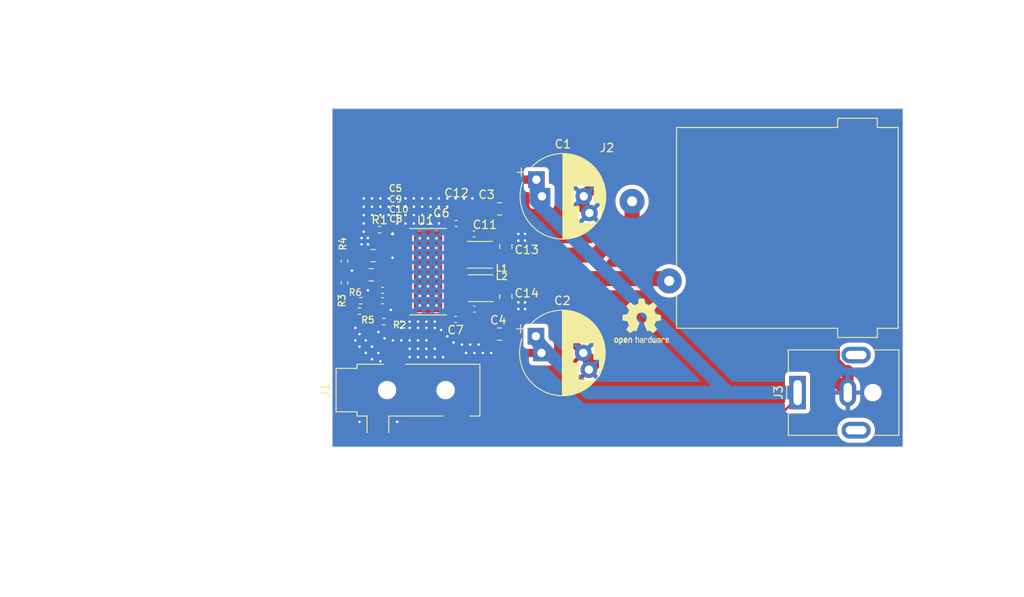
<source format=kicad_pcb>
(kicad_pcb (version 20221018) (generator pcbnew)
  (layers (0 "F.Cu" signal) (31 "B.Cu" signal) (34 "B.Paste" user) (35 "F.Paste" user) (36 "B.SilkS" user "B.Silkscreen") (37 "F.SilkS" user "F.Silkscreen") (38 "B.Mask" user) (39 "F.Mask" user) (44 "Edge.Cuts" user))
  (net 0 "")
  (net 1 "GND")
  (net 2 "/RINP")
  (net 3 "AMPIN")
  (net 4 "/RINN")
  (net 5 "Net-(J1-PadR)")
  (net 6 "Net-(J1-PadT)")
  (net 7 "{slash}SHUTDOWN")
  (net 10 "/GVDD")
  (net 11 "Net-(U1-PBTL)")
  (net 12 "Net-(U1-PLIMIT)")
  (net 13 "/SPK+")
  (net 14 "/SPK-")
  (net 15 "VCC")
  (net 16 "/OUTPL")
  (net 17 "/BSPL")
  (net 18 "/BSNR")
  (net 19 "/OUTPR")
  (footprint "Connector_BarrelJack:BarrelJack_CUI_PJ-063AH_Horizontal" (layer "F.Cu") (at 183.4 94.5 90)
    (fp_text reference "J3" (at 0 -2.3 90) (layer "F.SilkS"))
    (fp_text value "Barrel_Jack")
    (pad "" np_thru_hole circle (at 0 9 90) (size 1.6 1.6) (drill 1.6) (layers "*.Cu" "*.Mask"))
    (pad "1" thru_hole rect (at 0 0 90) (size 4 2) (drill oval 3 1) (layers "*.Cu" "*.Mask") (net 15 "VCC"))
    (pad "2" thru_hole oval (at 0 6 90) (size 3.3 2) (drill oval 2.3 1) (layers "*.Cu" "*.Mask") (net 1 "GND"))
    (pad "MP" thru_hole oval (at -4.5 7 90) (size 2 3.5) (drill oval 1 2.5) (layers "*.Cu" "*.Mask"))
    (pad "MP" thru_hole oval (at 4.5 7 90) (size 2 3.5) (drill oval 1 2.5) (layers "*.Cu" "*.Mask"))
  )
  (footprint "Capacitor_THT:CP_Radial_D10.0mm_P5.00mm_P7.50mm" (layer "F.Cu") (at 152.767323 89.75)
    (fp_text reference "C2" (at 2.5 -6.25) (layer "F.SilkS"))
    (fp_text value "100u")
    (pad "1" thru_hole rect (at -0.672144 -2) (size 2 2) (drill 1) (layers "*.Cu" "*.Mask") (net 15 "VCC"))
    (pad "1" thru_hole rect (at 0 0) (size 2 2) (drill 1) (layers "*.Cu" "*.Mask") (net 15 "VCC"))
    (pad "2" thru_hole circle (at 5 0) (size 2 2) (drill 1) (layers "*.Cu" "*.Mask") (net 1 "GND"))
    (pad "2" thru_hole circle (at 5.672144 2) (size 2 2) (drill 1) (layers "*.Cu" "*.Mask") (net 1 "GND"))
  )
  (footprint "TPA3136D2PWPR:IC_TPS61196PWPRQ1" (layer "F.Cu") (at 139.2 80.025)
    (fp_text reference "U1" (at -0.325 -6.135) (layer "F.SilkS"))
    (fp_text value "TPA3136D2PWPR")
    (pad "1" smd rect (at -2.8 -4.225) (size 1.6 0.3) (layers "F.Cu") (net 7 "{slash}SHUTDOWN"))
    (pad "2" smd rect (at -2.8 -3.575) (size 1.6 0.3) (layers "F.Cu") (net 7 "{slash}SHUTDOWN"))
    (pad "3" smd rect (at -2.8 -2.925) (size 1.6 0.3) (layers "F.Cu"))
    (pad "4" smd rect (at -2.8 -2.275) (size 1.6 0.3) (layers "F.Cu"))
    (pad "5" smd rect (at -2.8 -1.625) (size 1.6 0.3) (layers "F.Cu") (net 1 "GND"))
    (pad "6" smd rect (at -2.8 -0.975) (size 1.6 0.3) (layers "F.Cu") (net 1 "GND"))
    (pad "7" smd rect (at -2.8 -0.325) (size 1.6 0.3) (layers "F.Cu") (net 15 "VCC"))
    (pad "8" smd rect (at -2.8 0.325) (size 1.6 0.3) (layers "F.Cu") (net 1 "GND"))
    (pad "9" smd rect (at -2.8 0.975) (size 1.6 0.3) (layers "F.Cu") (net 10 "/GVDD"))
    (pad "10" smd rect (at -2.8 1.625) (size 1.6 0.3) (layers "F.Cu") (net 12 "Net-(U1-PLIMIT)"))
    (pad "11" smd rect (at -2.8 2.275) (size 1.6 0.3) (layers "F.Cu") (net 4 "/RINN"))
    (pad "12" smd rect (at -2.8 2.925) (size 1.6 0.3) (layers "F.Cu") (net 2 "/RINP"))
    (pad "13" smd rect (at -2.8 3.575) (size 1.6 0.3) (layers "F.Cu") (net 1 "GND"))
    (pad "14" smd rect (at -2.8 4.225) (size 1.6 0.3) (layers "F.Cu") (net 11 "Net-(U1-PBTL)"))
    (pad "15" smd rect (at 2.8 4.225) (size 1.6 0.3) (layers "F.Cu") (net 15 "VCC"))
    (pad "16" smd rect (at 2.8 3.575) (size 1.6 0.3) (layers "F.Cu") (net 15 "VCC"))
    (pad "17" smd rect (at 2.8 2.925) (size 1.6 0.3) (layers "F.Cu") (net 18 "/BSNR"))
    (pad "18" smd rect (at 2.8 2.275) (size 1.6 0.3) (layers "F.Cu") (net 19 "/OUTPR"))
    (pad "19" smd rect (at 2.8 1.625) (size 1.6 0.3) (layers "F.Cu") (net 1 "GND"))
    (pad "20" smd rect (at 2.8 0.975) (size 1.6 0.3) (layers "F.Cu") (net 19 "/OUTPR"))
    (pad "21" smd rect (at 2.8 0.325) (size 1.6 0.3) (layers "F.Cu") (net 18 "/BSNR"))
    (pad "22" smd rect (at 2.8 -0.325) (size 1.6 0.3) (layers "F.Cu") (net 17 "/BSPL"))
    (pad "23" smd rect (at 2.8 -0.975) (size 1.6 0.3) (layers "F.Cu") (net 16 "/OUTPL"))
    (pad "24" smd rect (at 2.8 -1.625) (size 1.6 0.3) (layers "F.Cu") (net 1 "GND"))
    (pad "25" smd rect (at 2.8 -2.275) (size 1.6 0.3) (layers "F.Cu") (net 16 "/OUTPL"))
    (pad "26" smd rect (at 2.8 -2.925) (size 1.6 0.3) (layers "F.Cu") (net 17 "/BSPL"))
    (pad "27" smd rect (at 2.8 -3.575) (size 1.6 0.3) (layers "F.Cu") (net 15 "VCC"))
    (pad "28" smd rect (at 2.8 -4.225) (size 1.6 0.3) (layers "F.Cu") (net 15 "VCC"))
    (pad "29" thru_hole circle (at -1 -4) (size 0.8 0.8) (drill 0.3) (layers "*.Cu" "*.Mask") (net 1 "GND"))
    (pad "29" thru_hole circle (at -1 -2.85) (size 0.8 0.8) (drill 0.3) (layers "*.Cu" "*.Mask") (net 1 "GND"))
    (pad "29" thru_hole circle (at -1 -1.7) (size 0.8 0.8) (drill 0.3) (layers "*.Cu" "*.Mask") (net 1 "GND"))
    (pad "29" thru_hole circle (at -1 -0.55) (size 0.8 0.8) (drill 0.3) (layers "*.Cu" "*.Mask") (net 1 "GND"))
    (pad "29" thru_hole circle (at -1 0.6) (size 0.8 0.8) (drill 0.3) (layers "*.Cu" "*.Mask") (net 1 "GND"))
    (pad "29" thru_hole circle (at -1 1.75) (size 0.8 0.8) (drill 0.3) (layers "*.Cu" "*.Mask") (net 1 "GND"))
    (pad "29" thru_hole circle (at -1 2.9) (size 0.8 0.8) (drill 0.3) (layers "*.Cu" "*.Mask") (net 1 "GND"))
    (pad "29" thru_hole circle (at -1 4.05) (size 0.8 0.8) (drill 0.3) (layers "*.Cu" "*.Mask") (net 1 "GND"))
    (pad "29" thru_hole circle (at 0 -4) (size 0.8 0.8) (drill 0.3) (layers "*.Cu" "*.Mask") (net 1 "GND"))
    (pad "29" thru_hole circle (at 0 -2.85) (size 0.8 0.8) (drill 0.3) (layers "*.Cu" "*.Mask") (net 1 "GND"))
    (pad "29" thru_hole circle (at 0 -1.7) (size 0.8 0.8) (drill 0.3) (layers "*.Cu" "*.Mask") (net 1 "GND"))
    (pad "29" thru_hole circle (at 0 -0.55) (size 0.8 0.8) (drill 0.3) (layers "*.Cu" "*.Mask") (net 1 "GND"))
    (pad "29" smd rect (at 0 0) (size 3.4 9.7) (layers "F.Cu") (net 1 "GND"))
    (pad "29" thru_hole circle (at 0 0.6) (size 0.8 0.8) (drill 0.3) (layers "*.Cu" "*.Mask") (net 1 "GND"))
    (pad "29" thru_hole circle (at 0 1.75) (size 0.8 0.8) (drill 0.3) (layers "*.Cu" "*.Mask") (net 1 "GND"))
    (pad "29" thru_hole circle (at 0 2.9) (size 0.8 0.8) (drill 0.3) (layers "*.Cu" "*.Mask") (net 1 "GND"))
    (pad "29" thru_hole circle (at 0 4.05) (size 0.8 0.8) (drill 0.3) (layers "*.Cu" "*.Mask") (net 1 "GND"))
    (pad "29" thru_hole circle (at 1 -4) (size 0.8 0.8) (drill 0.3) (layers "*.Cu" "*.Mask") (net 1 "GND"))
    (pad "29" thru_hole circle (at 1 -2.85) (size 0.8 0.8) (drill 0.3) (layers "*.Cu" "*.Mask") (net 1 "GND"))
    (pad "29" thru_hole circle (at 1 -1.7) (size 0.8 0.8) (drill 0.3) (layers "*.Cu" "*.Mask") (net 1 "GND"))
    (pad "29" thru_hole circle (at 1 -0.55) (size 0.8 0.8) (drill 0.3) (layers "*.Cu" "*.Mask") (net 1 "GND"))
    (pad "29" thru_hole circle (at 1 0.6) (size 0.8 0.8) (drill 0.3) (layers "*.Cu" "*.Mask") (net 1 "GND"))
    (pad "29" thru_hole circle (at 1 1.75) (size 0.8 0.8) (drill 0.3) (layers "*.Cu" "*.Mask") (net 1 "GND"))
    (pad "29" thru_hole circle (at 1 2.9) (size 0.8 0.8) (drill 0.3) (layers "*.Cu" "*.Mask") (net 1 "GND"))
    (pad "29" thru_hole circle (at 1 4.05) (size 0.8 0.8) (drill 0.3) (layers "*.Cu" "*.Mask") (net 1 "GND"))
  )
  (footprint "Connector_Audio:Jack_speakON_Neutrik_NL2MDXX-H-3_Horizontal" (layer "F.Cu") (at 163.6 71.6)
    (fp_text reference "J2" (at -3 -6.4) (layer "F.SilkS"))
    (fp_text value "speakON_NL2MDXX-V")
    (pad "1+" thru_hole circle (at 0 0) (size 3 3) (drill 1.2) (layers "*.Cu" "*.Mask") (net 13 "/SPK+"))
    (pad "1-" thru_hole circle (at 4.44 9.53) (size 3 3) (drill 1.2) (layers "*.Cu" "*.Mask") (net 14 "/SPK-"))
  )
  (footprint "Inductor_SMD:L_Taiyo-Yuden_MD-3030" (layer "F.Cu") (at 145.5 82)
    (fp_text reference "L2" (at 2.5 -1.4 180) (layer "F.SilkS") (effects (font (size 0.8 0.8))))
    (fp_text value "33u")
    (pad "1" smd rect (at -1.1 0) (size 0.8 2.7) (layers "F.Cu" "F.Paste" "F.Mask") (net 19 "/OUTPR"))
    (pad "2" smd rect (at 1.1 0) (size 0.8 2.7) (layers "F.Cu" "F.Paste" "F.Mask") (net 14 "/SPK-"))
  )
  (footprint "Resistor_SMD:R_0402_1005Metric_Pad0.72x0.64mm_HandSolder" (layer "F.Cu") (at 131.1525 83.5)
    (fp_text reference "R6" (at -0.6525 -1) (layer "F.SilkS") (effects (font (size 0.8 0.8) (thickness 0.125))))
    (fp_text value "1k")
    (pad "1" smd roundrect (at -0.5975 0) (size 0.715 0.64) (layers "F.Cu" "F.Paste" "F.Mask") (net 6 "Net-(J1-PadT)"))
    (pad "2" smd roundrect (at 0.5975 0) (size 0.715 0.64) (layers "F.Cu" "F.Paste" "F.Mask") (net 3 "AMPIN"))
  )
  (footprint "Capacitor_SMD:C_0402_1005Metric_Pad0.74x0.62mm_HandSolder" (layer "F.Cu") (at 142.5 85.75)
    (fp_text reference "C7" (at 0 1.25) (layer "F.SilkS"))
    (fp_text value "1000p")
    (pad "1" smd roundrect (at -0.5675 0) (size 0.735 0.62) (layers "F.Cu" "F.Paste" "F.Mask") (net 15 "VCC"))
    (pad "2" smd roundrect (at 0.5675 0) (size 0.735 0.62) (layers "F.Cu" "F.Paste" "F.Mask") (net 1 "GND"))
  )
  (footprint "Resistor_SMD:R_0402_1005Metric_Pad0.72x0.64mm_HandSolder" (layer "F.Cu") (at 129.2 78.75 90)
    (fp_text reference "R4" (at 2.0525 -0.2 90) (layer "F.SilkS") (effects (font (size 0.8 0.8))))
    (fp_text value "56k")
    (pad "1" smd roundrect (at -0.5975 0 90) (size 0.715 0.64) (layers "F.Cu" "F.Paste" "F.Mask") (net 12 "Net-(U1-PLIMIT)"))
    (pad "2" smd roundrect (at 0.5975 0 90) (size 0.715 0.64) (layers "F.Cu" "F.Paste" "F.Mask") (net 10 "/GVDD"))
  )
  (footprint "Capacitor_SMD:C_0805_2012Metric_Pad1.18x1.45mm_HandSolder" (layer "F.Cu") (at 147.75 87.5)
    (fp_text reference "C4" (at -0.15 -1.68) (layer "F.SilkS"))
    (fp_text value ".1u")
    (pad "1" smd roundrect (at -1.0375 0) (size 1.175 1.45) (layers "F.Cu" "F.Paste" "F.Mask") (roundrect_rratio 0.212766) (net 15 "VCC"))
    (pad "2" smd roundrect (at 1.0375 0) (size 1.175 1.45) (layers "F.Cu" "F.Paste" "F.Mask") (roundrect_rratio 0.212766) (net 1 "GND"))
  )
  (footprint "Resistor_SMD:R_0402_1005Metric_Pad0.72x0.64mm_HandSolder" (layer "F.Cu") (at 131 84.75 180)
    (fp_text reference "R5" (at -1 -1.05) (layer "F.SilkS") (effects (font (size 0.8 0.8))))
    (fp_text value "1k")
    (pad "1" smd roundrect (at -0.5975 0 180) (size 0.715 0.64) (layers "F.Cu" "F.Paste" "F.Mask") (net 3 "AMPIN"))
    (pad "2" smd roundrect (at 0.5975 0 180) (size 0.715 0.64) (layers "F.Cu" "F.Paste" "F.Mask") (net 5 "Net-(J1-PadR)"))
  )
  (footprint "Capacitor_SMD:C_0402_1005Metric_Pad0.74x0.62mm_HandSolder" (layer "F.Cu") (at 142.5675 74.25 180)
    (fp_text reference "C6" (at 1.7675 1.25) (layer "F.SilkS"))
    (fp_text value "1000p")
    (pad "1" smd roundrect (at -0.5675 0 180) (size 0.735 0.62) (layers "F.Cu" "F.Paste" "F.Mask") (net 1 "GND"))
    (pad "2" smd roundrect (at 0.5675 0 180) (size 0.735 0.62) (layers "F.Cu" "F.Paste" "F.Mask") (net 15 "VCC"))
  )
  (footprint "Capacitor_SMD:C_0805_2012Metric_Pad1.18x1.45mm_HandSolder" (layer "F.Cu") (at 148.5 83 -90)
    (fp_text reference "C14" (at -0.4 -2.5) (layer "F.SilkS"))
    (fp_text value "1u")
    (pad "1" smd roundrect (at -1.0375 0 270) (size 1.175 1.45) (layers "F.Cu" "F.Paste" "F.Mask") (roundrect_rratio 0.212766) (net 14 "/SPK-"))
    (pad "2" smd roundrect (at 1.0375 0 270) (size 1.175 1.45) (layers "F.Cu" "F.Paste" "F.Mask") (roundrect_rratio 0.212766) (net 1 "GND"))
  )
  (footprint "Resistor_SMD:R_0402_1005Metric_Pad0.72x0.64mm_HandSolder" (layer "F.Cu") (at 133.4025 75)
    (fp_text reference "R1" (at 0 -1.17) (layer "F.SilkS"))
    (fp_text value "100k")
    (pad "1" smd roundrect (at -0.5975 0) (size 0.715 0.64) (layers "F.Cu" "F.Paste" "F.Mask") (net 15 "VCC"))
    (pad "2" smd roundrect (at 0.5975 0) (size 0.715 0.64) (layers "F.Cu" "F.Paste" "F.Mask") (net 7 "{slash}SHUTDOWN"))
  )
  (footprint "Capacitor_SMD:C_0402_1005Metric_Pad0.74x0.62mm_HandSolder" (layer "F.Cu") (at 133.75 82.25 180)
    (fp_text reference "C10" (at -1.95 9.7) (layer "F.SilkS") (effects (font (size 0.8 0.8) (thickness 0.125))))
    (fp_text value ".27u")
    (pad "1" smd roundrect (at -0.5675 0 180) (size 0.735 0.62) (layers "F.Cu" "F.Paste" "F.Mask") (net 4 "/RINN"))
    (pad "2" smd roundrect (at 0.5675 0 180) (size 0.735 0.62) (layers "F.Cu" "F.Paste" "F.Mask") (net 1 "GND"))
  )
  (footprint "Resistor_SMD:R_0402_1005Metric_Pad0.72x0.64mm_HandSolder" (layer "F.Cu") (at 129.2 81.35 -90)
    (fp_text reference "R3" (at 2.1475 0.3 90) (layer "F.SilkS") (effects (font (size 0.8 0.8))))
    (fp_text value "39k")
    (pad "1" smd roundrect (at -0.5975 0 270) (size 0.715 0.64) (layers "F.Cu" "F.Paste" "F.Mask") (net 1 "GND"))
    (pad "2" smd roundrect (at 0.5975 0 270) (size 0.715 0.64) (layers "F.Cu" "F.Paste" "F.Mask") (net 12 "Net-(U1-PLIMIT)"))
  )
  (footprint "clipboard:c860e70c-6b6c-4b37-9969-0fdff2164b0f" (layer "F.Cu") (at 164.75 86)
    (fp_text reference "" (at 0 0) (layer "F.SilkS") (effects (font (size 1.27 1.27))))
    (fp_text value "" (at 0 0) (layer "F.SilkS") (effects (font (size 1.27 1.27))))
  )
  (footprint "Capacitor_THT:CP_Radial_D10.0mm_P5.00mm_P7.50mm" (layer "F.Cu") (at 152.827856 71)
    (fp_text reference "C1" (at 2.5 -6.25) (layer "F.SilkS"))
    (fp_text value "100u")
    (pad "1" thru_hole rect (at -0.672144 -2) (size 2 2) (drill 1) (layers "*.Cu" "*.Mask") (net 15 "VCC"))
    (pad "1" thru_hole rect (at 0 0) (size 2 2) (drill 1) (layers "*.Cu" "*.Mask") (net 15 "VCC"))
    (pad "2" thru_hole circle (at 5 0) (size 2 2) (drill 1) (layers "*.Cu" "*.Mask") (net 1 "GND"))
    (pad "2" thru_hole circle (at 5.672144 2) (size 2 2) (drill 1) (layers "*.Cu" "*.Mask") (net 1 "GND"))
  )
  (footprint "Capacitor_SMD:C_0805_2012Metric_Pad1.18x1.45mm_HandSolder" (layer "F.Cu") (at 148.5 77 90)
    (fp_text reference "C13" (at -0.4 2.5) (layer "F.SilkS"))
    (fp_text value "1u")
    (pad "1" smd roundrect (at -1.0375 0 90) (size 1.175 1.45) (layers "F.Cu" "F.Paste" "F.Mask") (roundrect_rratio 0.212766) (net 13 "/SPK+"))
    (pad "2" smd roundrect (at 1.0375 0 90) (size 1.175 1.45) (layers "F.Cu" "F.Paste" "F.Mask") (roundrect_rratio 0.212766) (net 1 "GND"))
  )
  (footprint "Connector_Audio:Jack_3.5mm_CUI_SJ-3523-SMT_Horizontal" (layer "F.Cu") (at 136.8 94.2 90)
    (fp_text reference "J1" (at 0 -9.9 90) (layer "F.SilkS"))
    (fp_text value "AudioJack3")
    (pad "" np_thru_hole circle (at 0 -2.5 90) (size 1.7 1.7) (drill 1.7) (layers "*.Cu" "*.Mask"))
    (pad "" np_thru_hole circle (at 0 4.5 90) (size 1.7 1.7) (drill 1.7) (layers "*.Cu" "*.Mask"))
    (pad "R" smd rect (at 3.7 -1.6 90) (size 2.8 2.2) (layers "F.Cu" "F.Paste" "F.Mask") (net 5 "Net-(J1-PadR)"))
    (pad "S" smd rect (at -3.7 -3.6 90) (size 2.8 2.2) (layers "F.Cu" "F.Paste" "F.Mask") (net 1 "GND"))
    (pad "T" smd rect (at -3.7 5.8 90) (size 2.8 2.8) (layers "F.Cu" "F.Paste" "F.Mask") (net 6 "Net-(J1-PadT)"))
  )
  (footprint "Inductor_SMD:L_Taiyo-Yuden_MD-3030" (layer "F.Cu") (at 145.4 78)
    (fp_text reference "L1" (at 2.6 1.6) (layer "F.SilkS") (effects (font (size 0.8 0.8))))
    (fp_text value "33u")
    (pad "1" smd rect (at -1.1 0) (size 0.8 2.7) (layers "F.Cu" "F.Paste" "F.Mask") (net 16 "/OUTPL"))
    (pad "2" smd rect (at 1.1 0) (size 0.8 2.7) (layers "F.Cu" "F.Paste" "F.Mask") (net 13 "/SPK+"))
  )
  (footprint "Capacitor_SMD:C_0805_2012Metric_Pad1.18x1.45mm_HandSolder" (layer "F.Cu") (at 147.75 72.5 180)
    (fp_text reference "C3" (at 1.55 1.7) (layer "F.SilkS"))
    (fp_text value ".1u")
    (pad "1" smd roundrect (at -1.0375 0 180) (size 1.175 1.45) (layers "F.Cu" "F.Paste" "F.Mask") (roundrect_rratio 0.212766) (net 1 "GND"))
    (pad "2" smd roundrect (at 1.0375 0 180) (size 1.175 1.45) (layers "F.Cu" "F.Paste" "F.Mask") (roundrect_rratio 0.212766) (net 15 "VCC"))
  )
  (footprint "Resistor_SMD:R_0402_1005Metric_Pad0.72x0.64mm_HandSolder" (layer "F.Cu") (at 133.9025 86)
    (fp_text reference "R2" (at 1.8975 0.4) (layer "F.SilkS") (effects (font (size 0.8 0.8))))
    (fp_text value "100k")
    (pad "1" smd roundrect (at -0.5975 0) (size 0.715 0.64) (layers "F.Cu" "F.Paste" "F.Mask") (net 15 "VCC"))
    (pad "2" smd roundrect (at 0.5975 0) (size 0.715 0.64) (layers "F.Cu" "F.Paste" "F.Mask") (net 11 "Net-(U1-PBTL)"))
  )
  (footprint "Capacitor_SMD:C_0402_1005Metric_Pad0.74x0.62mm_HandSolder" (layer "F.Cu") (at 144.6825 75.5)
    (fp_text reference "C11" (at 1.3175 -1.1 180) (layer "F.SilkS"))
    (fp_text value ".47u")
    (pad "1" smd roundrect (at -0.5675 0) (size 0.735 0.62) (layers "F.Cu" "F.Paste" "F.Mask") (net 17 "/BSPL"))
    (pad "2" smd roundrect (at 0.5675 0) (size 0.735 0.62) (layers "F.Cu" "F.Paste" "F.Mask") (net 16 "/OUTPL"))
  )
  (footprint "Capacitor_SMD:C_0805_2012Metric_Pad1.18x1.45mm_HandSolder" (layer "F.Cu") (at 132.4 80.4)
    (fp_text reference "C9" (at 2.9 -9.05 180) (layer "F.SilkS") (effects (font (size 0.8 0.8) (thickness 0.125))))
    (fp_text value "1u")
    (pad "1" smd roundrect (at -1.0375 0) (size 1.175 1.45) (layers "F.Cu" "F.Paste" "F.Mask") (roundrect_rratio 0.212766) (net 1 "GND"))
    (pad "2" smd roundrect (at 1.0375 0) (size 1.175 1.45) (layers "F.Cu" "F.Paste" "F.Mask") (roundrect_rratio 0.212766) (net 10 "/GVDD"))
  )
  (footprint "Capacitor_SMD:C_0805_2012Metric_Pad1.18x1.45mm_HandSolder" (layer "F.Cu") (at 132.65 78.1 180)
    (fp_text reference "C5" (at -2.65 8.05) (layer "F.SilkS") (effects (font (size 0.8 0.8))))
    (fp_text value "1u")
    (pad "1" smd roundrect (at -1.0375 0 180) (size 1.175 1.45) (layers "F.Cu" "F.Paste" "F.Mask") (roundrect_rratio 0.212766) (net 15 "VCC"))
    (pad "2" smd roundrect (at 1.0375 0 180) (size 1.175 1.45) (layers "F.Cu" "F.Paste" "F.Mask") (roundrect_rratio 0.212766) (net 1 "GND"))
  )
  (footprint "Capacitor_SMD:C_0402_1005Metric_Pad0.74x0.62mm_HandSolder" (layer "F.Cu") (at 133.75 83.5 180)
    (fp_text reference "C8" (at -1.6 9.8) (layer "F.SilkS") (effects (font (size 0.8 0.8))))
    (fp_text value "0.27u")
    (pad "1" smd roundrect (at -0.5675 0 180) (size 0.735 0.62) (layers "F.Cu" "F.Paste" "F.Mask") (net 2 "/RINP"))
    (pad "2" smd roundrect (at 0.5675 0 180) (size 0.735 0.62) (layers "F.Cu" "F.Paste" "F.Mask") (net 3 "AMPIN"))
  )
  (footprint "Capacitor_SMD:C_0402_1005Metric_Pad0.74x0.62mm_HandSolder" (layer "F.Cu") (at 144.7325 84.5)
    (fp_text reference "C12" (at -2.1325 -13.9 180) (layer "F.SilkS"))
    (fp_text value ".47u")
    (pad "1" smd roundrect (at -0.5675 0) (size 0.735 0.62) (layers "F.Cu" "F.Paste" "F.Mask") (net 18 "/BSNR"))
    (pad "2" smd roundrect (at 0.5675 0) (size 0.735 0.62) (layers "F.Cu" "F.Paste" "F.Mask") (net 19 "/OUTPR"))
  )
  (gr_line (start 127.75 101) (end 196 101) (stroke (width 0.1)) (layer "Edge.Cuts"))
  (gr_line (start 196 101) (end 196 60.5) (stroke (width 0.1)) (layer "Edge.Cuts"))
  (gr_line (start 127.75 60.5) (end 127.75 101) (stroke (width 0.1)) (layer "Edge.Cuts"))
  (gr_line (start 196 60.5) (end 127.75 60.5) (stroke (width 0.1)) (layer "Edge.Cuts"))
  (segment (start 150 75.5) (end 148.75 74.25) (width 1) (layer "F.Cu") (net 1))
  (segment (start 189.4 91.9) (end 188.862994 91.9) (width 1.4) (layer "F.Cu") (net 1))
  (segment (start 133.752817 79.125) (end 133.075 79.125) (width 0.2) (layer "F.Cu") (net 1))
  (segment (start 130.1 79.9) (end 130.0525 79.9) (width 0.3) (layer "F.Cu") (net 1))
  (segment (start 131.25 76) (end 131.25 77.7375) (width 0.6) (layer "F.Cu") (net 1))
  (segment (start 135.5 98) (end 133.3 98) (width 0.3) (layer "F.Cu") (net 1))
  (segment (start 133.1 98) (end 133.2 97.9) (width 0.3) (layer "F.Cu") (net 1))
  (segment (start 158.439467 91.75) (end 158.439467 90.422144) (width 1.4) (layer "F.Cu") (net 1))
  (segment (start 150.8 76.3) (end 148.8375 76.3) (width 0.8) (layer "F.Cu") (net 1))
  (segment (start 136.4 80.35) (end 134.977817 80.35) (width 0.2) (layer "F.Cu") (net 1))
  (segment (start 132 76) (end 132 77.7125) (width 0.6) (layer "F.Cu") (net 1))
  (segment (start 129.5525 80.4) (end 129.2 80.7525) (width 0.2) (layer "F.Cu") (net 1))
  (segment (start 150.8 83.7) (end 148.8375 83.7) (width 0.8) (layer "F.Cu") (net 1))
  (segment (start 135 78.4) (end 134.95 78.35) (width 0.2) (layer "F.Cu") (net 1))
  (segment (start 134.977817 80.35) (end 133.752817 79.125) (width 0.2) (layer "F.Cu") (net 1))
  (segment (start 148.75 85.75) (end 153.767323 85.75) (width 1) (layer "F.Cu") (net 1))
  (segment (start 148.5875 76.05) (end 148.5 75.9625) (width 0.6) (layer "F.Cu") (net 1))
  (segment (start 131 98) (end 133.1 98) (width 0.3) (layer "F.Cu") (net 1))
  (segment (start 131.3625 80.4) (end 129.5525 80.4) (width 0.2) (layer "F.Cu") (net 1))
  (segment (start 185.65 90.75) (end 189.4 94.5) (width 1.4) (layer "F.Cu") (net 1))
  (segment (start 150.8 76.3) (end 150.8 75.5) (width 0.8) (layer "F.Cu") (net 1))
  (segment (start 130.0525 79.9) (end 129.2 80.7525) (width 0.3) (layer "F.Cu") (net 1))
  (segment (start 150.8 75.5) (end 148.9625 75.5) (width 0.8) (layer "F.Cu") (net 1))
  (segment (start 148.9625 75.5) (end 148.5 75.9625) (width 0.8) (layer "F.Cu") (net 1))
  (segment (start 132 82.25) (end 133.1825 82.25) (width 0.4) (layer "F.Cu") (net 1))
  (segment (start 157.827856 71) (end 157.827856 72.327856) (width 1.4) (layer "F.Cu") (net 1))
  (segment (start 150.8 84.5) (end 148.9625 84.5) (width 0.8) (layer "F.Cu") (net 1))
  (segment (start 134.25 98.95) (end 133.2 97.9) (width 0.3) (layer "F.Cu") (net 1))
  (segment (start 148.75 85.75) (end 143.1325 85.75) (width 1) (layer "F.Cu") (net 1))
  (segment (start 132.05 78.1) (end 131.6125 78.1) (width 0.2) (layer "F.Cu") (net 1))
  (segment (start 131.3625 80.15) (end 131.3625 80.4) (width 0.2) (layer "F.Cu") (net 1))
  (segment (start 148.9625 84.5) (end 148.5 84.0375) (width 0.8) (layer "F.Cu") (net 1))
  (segment (start 135.65 79.05) (end 134.95 78.35) (width 0.2) (layer "F.Cu") (net 1))
  (segment (start 188.862994 91.9) (end 187.75 90.787006) (width 1.4) (layer "F.Cu") (net 1))
  (segment (start 131.25 77.7375) (end 131.6125 78.1) (width 0.6) (layer "F.Cu") (net 1))
  (segment (start 133.3 98) (end 133.2 97.9) (width 0.3) (layer "F.Cu") (net 1))
  (segment (start 148.5 75.9625) (end 148.7125 75.75) (width 0.6) (layer "F.Cu") (net 1))
  (segment (start 157.827856 72.327856) (end 158.5 73) (width 1.4) (layer "F.Cu") (net 1))
  (segment (start 153.767323 85.75) (end 157.767323 89.75) (width 1) (layer "F.Cu") (net 1))
  (segment (start 134.75 84.6) (end 134.75 84.25) (width 0.2) (layer "F.Cu") (net 1))
  (segment (start 161.027856 67.8) (end 157.827856 71) (width 1.4) (layer "F.Cu") (net 1))
  (segment (start 136.4 78.4) (end 135 78.4) (width 0.2) (layer "F.Cu") (net 1))
  (segment (start 135.4 83.6) (end 136.4 83.6) (width 0.2) (layer "F.Cu") (net 1))
  (segment (start 150 84.5) (end 148.75 85.75) (width 1) (layer "F.Cu") (net 1))
  (segment (start 134.75 84.25) (end 135.4 83.6) (width 0.2) (layer "F.Cu") (net 1))
  (segment (start 136.4 79.05) (end 135.65 79.05) (width 0.2) (layer "F.Cu") (net 1))
  (segment (start 148.8375 76.3) (end 148.5 75.9625) (width 0.8) (layer "F.Cu") (net 1))
  (segment (start 187.75 87.55) (end 168 67.8) (width 1.4) (layer "F.Cu") (net 1))
  (segment (start 159.439467 90.75) (end 185.65 90.75) (width 1.4) (layer "F.Cu") (net 1))
  (segment (start 131.2675 80.055) (end 131.3625 80.15) (width 0.2) (layer "F.Cu") (net 1))
  (segment (start 132 77.7125) (end 131.6125 78.1) (width 0.6) (layer "F.Cu") (net 1))
  (segment (start 148.75 74.25) (end 143.2 74.25) (width 1) (layer "F.Cu") (net 1))
  (segment (start 168 67.8) (end 161.027856 67.8) (width 1.4) (layer "F.Cu") (net 1))
  (segment (start 133.075 79.125) (end 132.05 78.1) (width 0.2) (layer "F.Cu") (net 1))
  (segment (start 150.8 84.5) (end 150.8 83.7) (width 0.8) (layer "F.Cu") (net 1))
  (segment (start 189.4 94.5) (end 189.4 91.9) (width 1.4) (layer "F.Cu") (net 1))
  (segment (start 158.439467 91.75) (end 159.439467 90.75) (width 1.4) (layer "F.Cu") (net 1))
  (segment (start 148.8375 83.7) (end 148.5 84.0375) (width 0.8) (layer "F.Cu") (net 1))
  (segment (start 158.439467 90.422144) (end 157.767323 89.75) (width 1.4) (layer "F.Cu") (net 1))
  (segment (start 187.75 90.787006) (end 187.75 87.55) (width 1.4) (layer "F.Cu") (net 1))
  (via (at 141.5 72.25) (size 0.7) (drill 0.3) (layers "F.Cu" "B.Cu") (net 1))
  (via (at 133.25 89.75) (size 0.7) (drill 0.3) (layers "F.Cu" "B.Cu") (net 1))
  (via (at 139.5 71.25) (size 0.7) (drill 0.3) (layers "F.Cu" "B.Cu") (net 1))
  (via (at 131.25 76.75) (size 0.7) (drill 0.3) (layers "F.Cu" "B.Cu") (net 1))
  (via (at 138.5 71.25) (size 0.7) (drill 0.3) (layers "F.Cu" "B.Cu") (net 1))
  (via (at 140.5 73.25) (size 0.7) (drill 0.3) (layers "F.Cu" "B.Cu") (net 1))
  (via (at 139.5 72.25) (size 0.7) (drill 0.3) (layers "F.Cu" "B.Cu") (net 1))
  (via (at 140.5 71.25) (size 0.7) (drill 0.3) (layers "F.Cu" "B.Cu") (net 1))
  (via (at 139 86) (size 0.7) (drill 0.3) (layers "F.Cu" "B.Cu") (net 1))
  (via (at 139 86.75) (size 0.7) (drill 0.3) (layers "F.Cu" "B.Cu") (net 1))
  (via (at 144.75 89.75) (size 0.7) (drill 0.3) (layers "F.Cu" "B.Cu") (net 1))
  (via (at 140 90.25) (size 0.7) (drill 0.3) (layers "F.Cu" "B.Cu") (net 1))
  (via (at 139 89.25) (size 0.7) (drill 0.3) (layers "F.Cu" "B.Cu") (net 1))
  (via (at 136.5 72.25) (size 0.7) (drill 0.3) (layers "F.Cu" "B.Cu") (net 1))
  (via (at 137.5 71.25) (size 0.7) (drill 0.3) (layers "F.Cu" "B.Cu") (net 1))
  (via (at 137 90.25) (size 0.7) (drill 0.3) (layers "F.Cu" "B.Cu") (net 1))
  (via (at 131.5 73.25) (size 0.7) (drill 0.3) (layers "F.Cu" "B.Cu") (net 1))
  (via (at 131.25 76) (size 0.7) (drill 0.3) (layers "F.Cu" "B.Cu") (net 1))
  (via (at 140.75 87) (size 0.7) (drill 0.3) (layers "F.Cu" "B.Cu") (net 1))
  (via (at 136 86.75) (size 0.7) (drill 0.3) (layers "F.Cu" "B.Cu") (net 1))
  (via (at 133.5 73.25) (size 0.7) (drill 0.3) (layers "F.Cu" "B.Cu") (net 1))
  (via (at 135.5 71.25) (size 0.7) (drill 0.3) (layers "F.Cu" "B.Cu") (net 1))
  (via (at 132 82.25) (size 0.7) (drill 0.3) (layers "F.Cu" "B.Cu") (net 1))
  (via (at 140.5 72.25) (size 0.7) (drill 0.3) (layers "F.Cu" "B.Cu") (net 1))
  (via (at 131.75 88.25) (size 0.7) (drill 0.3) (layers "F.Cu" "B.Cu") (net 1))
  (via (at 134.5 73.25) (size 0.7) (drill 0.3) (layers "F.Cu" "B.Cu") (net 1))
  (via (at 137.5 73.25) (size 0.7) (drill 0.3) (layers "F.Cu" "B.Cu") (net 1))
  (via (at 138.5 73.25) (size 0.7) (drill 0.3) (layers "F.Cu" "B.Cu") (net 1))
  (via (at 136.5 73.25) (size 0.7) (drill 0.3) (layers "F.Cu" "B.Cu") (net 1))
  (via (at 132.5 73.25) (size 0.7) (drill 0.3) (layers "F.Cu" "B.Cu") (net 1))
  (via (at 143.25 88.75) (size 0.7) (drill 0.3) (layers "F.Cu" "B.Cu") (net 1))
  (via (at 131 98) (size 0.7) (drill 0.3) (layers "F.Cu" "B.Cu") (net 1))
  (via (at 132 76.75) (size 0.7) (drill 0.3) (layers "F.Cu" "B.Cu") (net 1))
  (via (at 135.5 72.25) (size 0.7) (drill 0.3) (layers "F.Cu" "B.Cu") (net 1))
  (via (at 138 89.25) (size 0.7) (drill 0.3) (layers "F.Cu" "B.Cu") (net 1))
  (via (at 139.5 74.25) (size 0.7) (drill 0.3) (layers "F.Cu" "B.Cu") (net 1))
  (via (at 133.5 72.25) (size 0.7) (drill 0.3) (layers "F.Cu" "B.Cu") (net 1))
  (via (at 143.5 71.25) (size 0.7) (drill 0.3) (layers "F.Cu" "B.Cu") (net 1))
  (via (at 140 89.25) (size 0.7) (drill 0.3) (layers "F.Cu" "B.Cu") (net 1))
  (via (at 137 89.25) (size 0.7) (drill 0.3) (layers "F.Cu" "B.Cu") (net 1))
  (via (at 144.5 71.25) (size 0.7) (drill 0.3) (layers "F.Cu" "B.Cu") (net 1))
  (via (at 137 88.25) (size 0.7) (drill 0.3) (layers "F.Cu" "B.Cu") (net 1))
  (via (at 132.5 90.5) (size 0.7) (drill 0.3) (layers "F.Cu" "B.Cu") (net 1))
  (via (at 137.5 74.25) (size 0.7) (drill 0.3) (layers "F.Cu" "B.Cu") (net 1))
  (via (at 139.5 73.25) (size 0.7) (drill 0.3) (layers "F.Cu" "B.Cu") (net 1))
  (via (at 140 86.75) (size 0.7) (drill 0.3) (layers "F.Cu" "B.Cu") (net 1))
  (via (at 140.5 74.25) (size 0.7) (drill 0.3) (layers "F.Cu" "B.Cu") (net 1))
  (via (at 130.5 88.25) (size 0.7) (drill 0.3) (layers "F.Cu" "B.Cu") (net 1))
  (via (at 130.1 79.9) (size 0.7) (drill 0.3) (layers "F.Cu" "B.Cu") (net 1))
  (via (at 134.75 84.6) (size 0.7) (drill 0.3) (layers "F.Cu" "B.Cu") (net 1))
  (via (at 150 76.3) (size 0.7) (drill 0.3) (layers "F.Cu" "B.Cu") (net 1))
  (via (at 145.75 89.75) (size 0.7) (drill 0.3) (layers "F.Cu" "B.Cu") (net 1))
  (via (at 135.5 74.25) (size 0.7) (drill 0.3) (layers "F.Cu" "B.Cu") (net 1))
  (via (at 138 90.25) (size 0.7) (drill 0.3) (layers "F.Cu" "B.Cu") (net 1))
  (via (at 132.5 72.25) (size 0.7) (drill 0.3) (layers "F.Cu" "B.Cu") (net 1))
  (via (at 134.5 71.25) (size 0.7) (drill 0.3) (layers "F.Cu" "B.Cu") (net 1))
  (via (at 133.25 87.25) (size 0.7) (drill 0.3) (layers "F.Cu" "B.Cu") (net 1))
  (via (at 150.8 84.5) (size 0.7) (drill 0.3) (layers "F.Cu" "B.Cu") (net 1))
  (via (at 138.5 74.25) (size 0.7) (drill 0.3) (layers "F.Cu" "B.Cu") (net 1))
  (via (at 134.95 78.35) (size 0.7) (drill 0.3) (layers "F.Cu" "B.Cu") (net 1))
  (via (at 131.75 89.75) (size 0.7) (drill 0.3) (layers "F.Cu" "B.Cu") (net 1))
  (via (at 150.8 75.5) (size 0.7) (drill 0.3) (layers "F.Cu" "B.Cu") (net 1))
  (via (at 133.5 90.75) (size 0.7) (drill 0.3) (layers "F.Cu" "B.Cu") (net 1))
  (via (at 136 88.25) (size 0.7) (drill 0.3) (layers "F.Cu" "B.Cu") (net 1))
  (via (at 141 90.25) (size 0.7) (drill 0.3) (layers "F.Cu" "B.Cu") (net 1))
  (via (at 144.25 88.75) (size 0.7) (drill 0.3) (layers "F.Cu" "B.Cu") (net 1))
  (via (at 130.5 86.75) (size 0.7) (drill 0.3) (layers "F.Cu" "B.Cu") (net 1))
  (via (at 150 83.7) (size 0.7) (drill 0.3) (layers "F.Cu" "B.Cu") (net 1))
  (via (at 138 86.75) (size 0.7) (drill 0.3) (layers "F.Cu" "B.Cu") (net 1))
  (via (at 131.5 74.25) (size 0.7) (drill 0.3) (layers "F.Cu" "B.Cu") (net 1))
  (via (at 142.5 71.25) (size 0.7) (drill 0.3) (layers "F.Cu" "B.Cu") (net 1))
  (via (at 136 86) (size 0.7) (drill 0.3) (layers "F.Cu" "B.Cu") (net 1))
  (via (at 141.5 71.25) (size 0.7) (drill 0.3) (layers "F.Cu" "B.Cu") (net 1))
  (via (at 138 88.25) (size 0.7) (drill 0.3) (layers "F.Cu" "B.Cu") (net 1))
  (via (at 131.5 75.25) (size 0.7) (drill 0.3) (layers "F.Cu" "B.Cu") (net 1))
  (via (at 134.5 72.25) (size 0.7) (drill 0.3) (layers "F.Cu" "B.Cu") (net 1))
  (via (at 141.5 87.75) (size 0.7) (drill 0.3) (layers "F.Cu" "B.Cu") (net 1))
  (via (at 132.5 71.25) (size 0.7) (drill 0.3) (layers "F.Cu" "B.Cu") (net 1))
  (via (at 135.5 73.25) (size 0.7) (drill 0.3) (layers "F.Cu" "B.Cu") (net 1))
  (via (at 131 87.5) (size 0.7) (drill 0.3) (layers "F.Cu" "B.Cu") (net 1))
  (via (at 137 86) (size 0.7) (drill 0.3) (layers "F.Cu" "B.Cu") (net 1))
  (via (at 150.8 76.3) (size 0.7) (drill 0.3) (layers "F.Cu" "B.Cu") (net 1))
  (via (at 131.5 71.25) (size 0.7) (drill 0.3) (layers "F.Cu" "B.Cu") (net 1))
  (via (at 138.5 72.25) (size 0.7) (drill 0.3) (layers "F.Cu" "B.Cu") (net 1))
  (via (at 140 86) (size 0.7) (drill 0.3) (layers "F.Cu" "B.Cu") (net 1))
  (via (at 142.25 88.5) (size 0.7) (drill 0.3) (layers "F.Cu" "B.Cu") (net 1))
  (via (at 132 76) (size 0.7) (drill 0.3) (layers "F.Cu" "B.Cu") (net 1))
  (via (at 143.75 89.75) (size 0.7) (drill 0.3) (layers "F.Cu" "B.Cu") (net 1))
  (via (at 139 88.25) (size 0.7) (drill 0.3) (layers "F.Cu" "B.Cu") (net 1))
  (via (at 150.8 83.7) (size 0.7) (drill 0.3) (layers "F.Cu" "B.Cu") (net 1))
  (via (at 136.5 74.25) (size 0.7) (drill 0.3) (layers "F.Cu" "B.Cu") (net 1))
  (via (at 131 89) (size 0.7) (drill 0.3) (layers "F.Cu" "B.Cu") (net 1))
  (via (at 133.5 71.25) (size 0.7) (drill 0.3) (layers "F.Cu" "B.Cu") (net 1))
  (via (at 135 88.25) (size 0.7) (drill 0.3) (layers "F.Cu" "B.Cu") (net 1))
  (via (at 132.5 89) (size 0.7) (drill 0.3) (layers "F.Cu" "B.Cu") (net 1))
  (via (at 135.5 98) (size 0.7) (drill 0.3) (layers "F.Cu" "B.Cu") (net 1))
  (via (at 131.5 72.25) (size 0.7) (drill 0.3) (layers "F.Cu" "B.Cu") (net 1))
  (via (at 146.75 89.75) (size 0.7) (drill 0.3) (layers "F.Cu" "B.Cu") (net 1))
  (via (at 137.5 72.25) (size 0.7) (drill 0.3) (layers "F.Cu" "B.Cu") (net 1))
  (via (at 139 90.25) (size 0.7) (drill 0.3) (layers "F.Cu" "B.Cu") (net 1))
  (via (at 134 88) (size 0.7) (drill 0.3) (layers "F.Cu" "B.Cu") (net 1))
  (via (at 150 84.5) (size 0.7) (drill 0.3) (layers "F.Cu" "B.Cu") (net 1))
  (via (at 150 75.5) (size 0.7) (drill 0.3) (layers "F.Cu" "B.Cu") (net 1))
  (via (at 137 86.75) (size 0.7) (drill 0.3) (layers "F.Cu" "B.Cu") (net 1))
  (via (at 145.25 88.75) (size 0.7) (drill 0.3) (layers "F.Cu" "B.Cu") (net 1))
  (via (at 138 86) (size 0.7) (drill 0.3) (layers "F.Cu" "B.Cu") (net 1))
  (via (at 136.5 71.25) (size 0.7) (drill 0.3) (layers "F.Cu" "B.Cu") (net 1))
  (segment (start 134.8675 82.95) (end 136.4 82.95) (width 0.2) (layer "F.Cu") (net 2))
  (segment (start 134.3175 83.5) (end 134.8675 82.95) (width 0.2) (layer "F.Cu") (net 2))
  (segment (start 131.75 84.5975) (end 131.5975 84.75) (width 0.3) (layer "F.Cu") (net 3))
  (segment (start 131.75 83.5) (end 131.75 84.5975) (width 0.3) (layer "F.Cu") (net 3))
  (segment (start 131.75 83.5) (end 133.1825 83.5) (width 0.3) (layer "F.Cu") (net 3))
  (segment (start 134.3675 82.3) (end 136.4 82.3) (width 0.2) (layer "F.Cu") (net 4))
  (segment (start 134.3175 82.25) (end 134.3675 82.3) (width 0.2) (layer "F.Cu") (net 4))
  (segment (start 135.2 90.5) (end 135.2 90.45) (width 0.3) (layer "F.Cu") (net 5))
  (segment (start 135.2 90.45) (end 130.4025 85.6525) (width 0.3) (layer "F.Cu") (net 5))
  (segment (start 130.4025 85.6525) (end 130.4025 84.75) (width 0.3) (layer "F.Cu") (net 5))
  (segment (start 129.745 84.31) (end 130.555 83.5) (width 0.2) (layer "F.Cu") (net 6))
  (segment (start 142.6 97.85) (end 136.95 92.2) (width 0.2) (layer "F.Cu") (net 6))
  (segment (start 136.95 92.2) (end 133.05 92.2) (width 0.2) (layer "F.Cu") (net 6))
  (segment (start 133.05 92.2) (end 129.745 88.895) (width 0.2) (layer "F.Cu") (net 6))
  (segment (start 142.6 97.9) (end 142.6 97.85) (width 0.2) (layer "F.Cu") (net 6))
  (segment (start 129.745 88.895) (end 129.745 84.31) (width 0.2) (layer "F.Cu") (net 6))
  (segment (start 135.6 75) (end 136.4 75.8) (width 0.3) (layer "F.Cu") (net 7))
  (segment (start 136.4 75.8) (end 136.4 76.45) (width 0.3) (layer "F.Cu") (net 7))
  (segment (start 134 75) (end 135.6 75) (width 0.3) (layer "F.Cu") (net 7))
  (segment (start 133.4375 80.4) (end 134.0375 81) (width 0.3) (layer "F.Cu") (net 10))
  (segment (start 130.3225 79.275) (end 132.3125 79.275) (width 0.2) (layer "F.Cu") (net 10))
  (segment (start 129.2 78.1525) (end 130.3225 79.275) (width 0.2) (layer "F.Cu") (net 10))
  (segment (start 134.0375 81) (end 136.4 81) (width 0.3) (layer "F.Cu") (net 10))
  (segment (start 132.3125 79.275) (end 133.4375 80.4) (width 0.2) (layer "F.Cu") (net 10))
  (segment (start 134.65 86) (end 136.4 84.25) (width 0.3) (layer "F.Cu") (net 11))
  (segment (start 134.5 86) (end 134.65 86) (width 0.3) (layer "F.Cu") (net 11))
  (segment (start 136.35 81.6) (end 136.4 81.65) (width 0.2) (layer "F.Cu") (net 12))
  (segment (start 129.5475 81.6) (end 136.35 81.6) (width 0.2) (layer "F.Cu") (net 12))
  (segment (start 129.2 81.9475) (end 129.5475 81.6) (width 0.2) (layer "F.Cu") (net 12))
  (segment (start 128.58 79.9675) (end 129.2 79.3475) (width 0.2) (layer "F.Cu") (net 12))
  (segment (start 128.58 81.3275) (end 128.58 79.9675) (width 0.2) (layer "F.Cu") (net 12))
  (segment (start 129.2 81.9475) (end 128.58 81.3275) (width 0.2) (layer "F.Cu") (net 12))
  (segment (start 159.29882 78.0375) (end 148.5 78.0375) (width 1.8) (layer "F.Cu") (net 13))
  (segment (start 146.5 78) (end 148.4625 78) (width 0.6) (layer "F.Cu") (net 13))
  (segment (start 163.6 73.73632) (end 159.29882 78.0375) (width 1.8) (layer "F.Cu") (net 13))
  (segment (start 148.4625 78) (end 148.5 78.0375) (width 0.6) (layer "F.Cu") (net 13))
  (segment (start 163.6 71.6) (end 163.6 73.73632) (width 1.8) (layer "F.Cu") (net 13))
  (segment (start 149.6125 80.85) (end 148.5 81.9625) (width 1.8) (layer "F.Cu") (net 14))
  (segment (start 148.4625 82) (end 148.5 81.9625) (width 0.8) (layer "F.Cu") (net 14))
  (segment (start 168.04 81.13) (end 167.76 80.85) (width 1.8) (layer "F.Cu") (net 14))
  (segment (start 167.76 80.85) (end 149.6125 80.85) (width 1.8) (layer "F.Cu") (net 14))
  (segment (start 146.6 82) (end 148.4625 82) (width 0.8) (layer "F.Cu") (net 14))
  (segment (start 133.6875 75.8825) (end 132.805 75) (width 0.3) (layer "F.Cu") (net 15))
  (segment (start 146.7125 87.5) (end 146.7125 87.581003) (width 1) (layer "F.Cu") (net 15))
  (segment (start 143.252944 72.5) (end 146.7125 72.5) (width 1) (layer "F.Cu") (net 15))
  (segment (start 133.6875 78.1) (end 133.6875 75.8825) (width 0.3) (layer "F.Cu") (net 15))
  (segment (start 141.9325 85.75) (end 141.9325 83.8) (width 1) (layer "F.Cu") (net 15))
  (segment (start 133.6875 78.1) (end 135.2875 79.7) (width 0.3) (layer "F.Cu") (net 15))
  (segment (start 141.9325 85.75) (end 141.9325 86.247056) (width 1) (layer "F.Cu") (net 15))
  (segment (start 149.5 97.25) (end 181.25 97.25) (width 0.3) (layer "F.Cu") (net 15))
  (segment (start 183.4 95.1) (end 183.4 94.5) (width 0.3) (layer "F.Cu") (net 15))
  (segment (start 142 73.752944) (end 143.252944 72.5) (width 1) (layer "F.Cu") (net 15))
  (segment (start 134.805 87.5) (end 139.75 87.5) (width 0.3) (layer "F.Cu") (net 15))
  (segment (start 152.827856 71) (end 152.155712 70.327856) (width 0.3) (layer "F.Cu") (net 15))
  (segment (start 148.881497 89.75) (end 152.767323 89.75) (width 1) (layer "F.Cu") (net 15))
  (segment (start 143.185444 87.5) (end 146.7125 87.5) (width 1) (layer "F.Cu") (net 15))
  (segment (start 135.2875 79.7) (end 136.4 79.7) (width 0.3) (layer "F.Cu") (net 15))
  (segment (start 181.25 97.25) (end 183.4 95.1) (width 0.3) (layer "F.Cu") (net 15))
  (segment (start 146.7125 72.418997) (end 150.131497 69) (width 1) (layer "F.Cu") (net 15))
  (segment (start 142 74.25) (end 142 73.752944) (width 1) (layer "F.Cu") (net 15))
  (segment (start 139.75 87.5) (end 149.5 97.25) (width 0.3) (layer "F.Cu") (net 15))
  (segment (start 150.131497 69) (end 152.155712 69) (width 1) (layer "F.Cu") (net 15))
  (segment (start 146.7125 72.5) (end 146.7125 72.418997) (width 1) (layer "F.Cu") (net 15))
  (segment (start 152.767323 89.75) (end 152.767323 88.422144) (width 1) (layer "F.Cu") (net 15))
  (segment (start 142 76.45) (end 142 75.8) (width 0.2) (layer "F.Cu") (net 15))
  (segment (start 146.7125 87.581003) (end 148.881497 89.75) (width 1) (layer "F.Cu") (net 15))
  (segment (start 133.305 86) (end 134.805 87.5) (width 0.3) (layer "F.Cu") (net 15))
  (segment (start 142 74.25) (end 142 76.25) (width 1) (layer "F.Cu") (net 15))
  (segment (start 141.9325 86.247056) (end 143.185444 87.5) (width 1) (layer "F.Cu") (net 15))
  (segment (start 141.9325 83.8) (end 142 83.8) (width 1) (layer "F.Cu") (net 15))
  (segment (start 152.767323 88.422144) (end 152.095179 87.75) (width 1) (layer "F.Cu") (net 15))
  (segment (start 152.155712 69) (end 152.155712 70.327856) (width 0.3) (layer "F.Cu") (net 15))
  (segment (start 152.155712 71.6) (end 152.155712 69) (width 1.6) (layer "B.Cu") (net 15))
  (segment (start 152.095179 88.23414) (end 152.095179 87.75) (width 1.6) (layer "B.Cu") (net 15))
  (segment (start 183.4 94.5) (end 175.055712 94.5) (width 1.6) (layer "B.Cu") (net 15))
  (segment (start 175.055712 94.5) (end 152.155712 71.6) (width 1.6) (layer "B.Cu") (net 15))
  (segment (start 158.361039 94.5) (end 152.095179 88.23414) (width 1.6) (layer "B.Cu") (net 15))
  (segment (start 183.4 94.5) (end 158.361039 94.5) (width 1.6) (layer "B.Cu") (net 15))
  (segment (start 144.3 78) (end 145.25 77.05) (width 0.6) (layer "F.Cu") (net 16))
  (segment (start 145.25 77.05) (end 145.25 75.5) (width 0.6) (layer "F.Cu") (net 16))
  (segment (start 142 79.05) (end 143.4 79.05) (width 0.6) (layer "F.Cu") (net 16))
  (segment (start 144.3 78.15) (end 144.3 78) (width 0.6) (layer "F.Cu") (net 16))
  (segment (start 144.05 77.75) (end 142 77.75) (width 0.6) (layer "F.Cu") (net 16))
  (segment (start 143.4 79.05) (end 144.3 78.15) (width 0.6) (layer "F.Cu") (net 16))
  (segment (start 144.3 78) (end 144.05 77.75) (width 0.6) (layer "F.Cu") (net 16))
  (segment (start 144.165 84.5) (end 143.2 83.535) (width 0.4) (layer "F.Cu") (net 18))
  (segment (start 143.2 83.535) (end 143.2 83.05) (width 0.4) (layer "F.Cu") (net 18))
  (segment (start 143.2 83.05) (end 142.522792 83.05) (width 0.4) (layer "F.Cu") (net 18))
  (segment (start 145.3 82.9) (end 144.4 82) (width 0.4) (layer "F.Cu") (net 19))
  (segment (start 144.1 82.3) (end 142 82.3) (width 0.6) (layer "F.Cu") (net 19))
  (segment (start 144.4 82) (end 143.4 81) (width 0.6) (layer "F.Cu") (net 19))
  (segment (start 145.3 84.5) (end 145.3 82.9) (width 0.4) (layer "F.Cu") (net 19))
  (segment (start 143.4 81) (end 142 81) (width 0.6) (layer "F.Cu") (net 19))
  (segment (start 144.4 82) (end 144.1 82.3) (width 0.6) (layer "F.Cu") (net 19))
  (zone (net 1) (net_name "GND") (layer "F.Cu") (priority 1) (connect_pads (clearance 0.5)) (min_thickness 0.25) (fill yes (thermal_gap 0.5) (thermal_bridge_width 0.5))
    (polygon (pts (xy 151.908218 54.216534) (xy 168.418218 52.946534) (xy 204.5 50.5) (xy 209.5 85.5) (xy 208.5 113.5) (xy 94.5 114) (xy 103 50.5) (xy 149.5 55.5)))
  )
  (zone (net 1) (net_name "GND") (layer "B.Cu") (connect_pads (clearance 0.5)) (min_thickness 0.25) (fill yes (thermal_gap 0.5) (thermal_bridge_width 0.5))
    (polygon (pts (xy 165 49) (xy 209 47.5) (xy 210.5 79.5) (xy 207 112.5) (xy 162.5 112.5) (xy 120 119) (xy 88 116.5) (xy 94 77.5) (xy 97 60) (xy 106 52) (xy 154 52.5) (xy 159 50)))
  )
)
</source>
